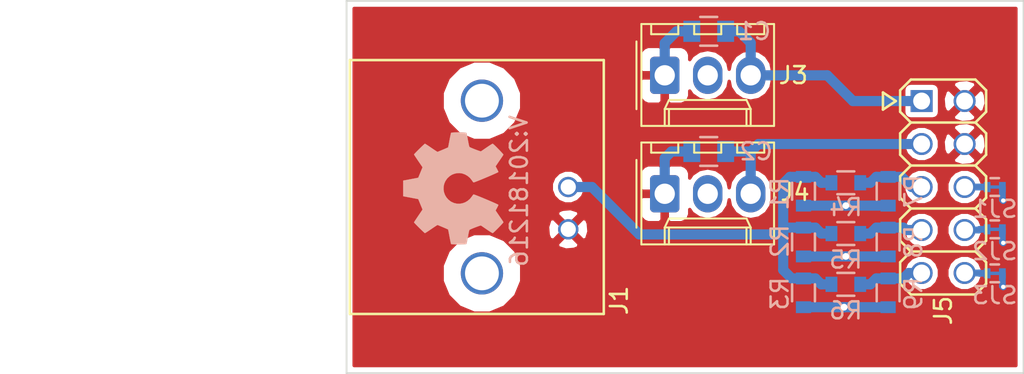
<source format=kicad_pcb>
(kicad_pcb (version 20171130) (host pcbnew 5.0.2-bee76a0~70~ubuntu18.04.1)

  (general
    (thickness 1.6)
    (drawings 4)
    (tracks 80)
    (zones 0)
    (modules 20)
    (nets 11)
  )

  (page A4)
  (layers
    (0 F.Cu signal)
    (31 B.Cu signal)
    (32 B.Adhes user)
    (33 F.Adhes user)
    (34 B.Paste user)
    (35 F.Paste user)
    (36 B.SilkS user)
    (37 F.SilkS user)
    (38 B.Mask user)
    (39 F.Mask user)
    (40 Dwgs.User user)
    (41 Cmts.User user)
    (42 Eco1.User user)
    (43 Eco2.User user)
    (44 Edge.Cuts user)
    (45 Margin user)
    (46 B.CrtYd user)
    (47 F.CrtYd user)
    (48 B.Fab user)
    (49 F.Fab user)
  )

  (setup
    (last_trace_width 0.4)
    (user_trace_width 0.1524)
    (user_trace_width 0.2)
    (user_trace_width 0.3)
    (user_trace_width 0.4)
    (user_trace_width 0.6)
    (user_trace_width 1)
    (user_trace_width 1.5)
    (user_trace_width 2)
    (trace_clearance 0.1524)
    (zone_clearance 0.3)
    (zone_45_only no)
    (trace_min 0.1524)
    (segment_width 0.2)
    (edge_width 0.1)
    (via_size 0.381)
    (via_drill 0.254)
    (via_min_size 0.381)
    (via_min_drill 0.254)
    (user_via 0.4 0.254)
    (user_via 0.6 0.4)
    (user_via 0.8 0.6)
    (user_via 1 0.8)
    (user_via 1.3 1)
    (user_via 1.5 1.2)
    (user_via 1.7 1.4)
    (user_via 1.9 1.6)
    (uvia_size 0.381)
    (uvia_drill 0.254)
    (uvias_allowed no)
    (uvia_min_size 0.381)
    (uvia_min_drill 0.254)
    (pcb_text_width 0.3)
    (pcb_text_size 1.5 1.5)
    (mod_edge_width 0.15)
    (mod_text_size 1 1)
    (mod_text_width 0.15)
    (pad_size 2.5 2.5)
    (pad_drill 2)
    (pad_to_mask_clearance 0.1)
    (solder_mask_min_width 0.1)
    (aux_axis_origin 0 0)
    (visible_elements FFFFFF7F)
    (pcbplotparams
      (layerselection 0x010fc_ffffffff)
      (usegerberextensions true)
      (usegerberattributes false)
      (usegerberadvancedattributes false)
      (creategerberjobfile false)
      (excludeedgelayer true)
      (linewidth 0.100000)
      (plotframeref false)
      (viasonmask false)
      (mode 1)
      (useauxorigin false)
      (hpglpennumber 1)
      (hpglpenspeed 20)
      (hpglpendiameter 15.000000)
      (psnegative false)
      (psa4output false)
      (plotreference true)
      (plotvalue true)
      (plotinvisibletext false)
      (padsonsilk false)
      (subtractmaskfromsilk false)
      (outputformat 1)
      (mirror false)
      (drillshape 0)
      (scaleselection 1)
      (outputdirectory "OSH_Park_2_layer_plots"))
  )

  (net 0 "")
  (net 1 GND)
  (net 2 /POWER_0)
  (net 3 /POWER_1)
  (net 4 /SIGNAL_0)
  (net 5 /SIGNAL_1)
  (net 6 /SIGNAL_2)
  (net 7 /SIGNAL)
  (net 8 "Net-(J5-Pad6)")
  (net 9 "Net-(J5-Pad8)")
  (net 10 "Net-(J5-Pad10)")

  (net_class Default "This is the default net class."
    (clearance 0.1524)
    (trace_width 0.1524)
    (via_dia 0.381)
    (via_drill 0.254)
    (uvia_dia 0.381)
    (uvia_drill 0.254)
    (add_net /POWER_0)
    (add_net /POWER_1)
    (add_net /SIGNAL)
    (add_net /SIGNAL_0)
    (add_net /SIGNAL_1)
    (add_net /SIGNAL_2)
    (add_net GND)
    (add_net "Net-(J5-Pad10)")
    (add_net "Net-(J5-Pad6)")
    (add_net "Net-(J5-Pad8)")
  )

  (module Symbols:OSHW-Symbol_6.7x6mm_SilkScreen (layer B.Cu) (tedit 0) (tstamp 5A135134)
    (at 106.322036 111.073376 270)
    (descr "Open Source Hardware Symbol")
    (tags "Logo Symbol OSHW")
    (path /5A135869)
    (attr virtual)
    (fp_text reference N1 (at 0 0 270) (layer B.SilkS) hide
      (effects (font (size 1 1) (thickness 0.15)) (justify mirror))
    )
    (fp_text value OHWLOGO (at 0.75 0 270) (layer B.Fab) hide
      (effects (font (size 1 1) (thickness 0.15)) (justify mirror))
    )
    (fp_poly (pts (xy 0.555814 2.531069) (xy 0.639635 2.086445) (xy 0.94892 1.958947) (xy 1.258206 1.831449)
      (xy 1.629246 2.083754) (xy 1.733157 2.154004) (xy 1.827087 2.216728) (xy 1.906652 2.269062)
      (xy 1.96747 2.308143) (xy 2.005157 2.331107) (xy 2.015421 2.336058) (xy 2.03391 2.323324)
      (xy 2.07342 2.288118) (xy 2.129522 2.234938) (xy 2.197787 2.168282) (xy 2.273786 2.092646)
      (xy 2.353092 2.012528) (xy 2.431275 1.932426) (xy 2.503907 1.856836) (xy 2.566559 1.790255)
      (xy 2.614803 1.737182) (xy 2.64421 1.702113) (xy 2.651241 1.690377) (xy 2.641123 1.66874)
      (xy 2.612759 1.621338) (xy 2.569129 1.552807) (xy 2.513218 1.467785) (xy 2.448006 1.370907)
      (xy 2.410219 1.31565) (xy 2.341343 1.214752) (xy 2.28014 1.123701) (xy 2.229578 1.04703)
      (xy 2.192628 0.989272) (xy 2.172258 0.954957) (xy 2.169197 0.947746) (xy 2.176136 0.927252)
      (xy 2.195051 0.879487) (xy 2.223087 0.811168) (xy 2.257391 0.729011) (xy 2.295109 0.63973)
      (xy 2.333387 0.550042) (xy 2.36937 0.466662) (xy 2.400206 0.396306) (xy 2.423039 0.34569)
      (xy 2.435017 0.321529) (xy 2.435724 0.320578) (xy 2.454531 0.315964) (xy 2.504618 0.305672)
      (xy 2.580793 0.290713) (xy 2.677865 0.272099) (xy 2.790643 0.250841) (xy 2.856442 0.238582)
      (xy 2.97695 0.215638) (xy 3.085797 0.193805) (xy 3.177476 0.174278) (xy 3.246481 0.158252)
      (xy 3.287304 0.146921) (xy 3.295511 0.143326) (xy 3.303548 0.118994) (xy 3.310033 0.064041)
      (xy 3.31497 -0.015108) (xy 3.318364 -0.112026) (xy 3.320218 -0.220287) (xy 3.320538 -0.333465)
      (xy 3.319327 -0.445135) (xy 3.31659 -0.548868) (xy 3.312331 -0.638241) (xy 3.306555 -0.706826)
      (xy 3.299267 -0.748197) (xy 3.294895 -0.75681) (xy 3.268764 -0.767133) (xy 3.213393 -0.781892)
      (xy 3.136107 -0.799352) (xy 3.04423 -0.81778) (xy 3.012158 -0.823741) (xy 2.857524 -0.852066)
      (xy 2.735375 -0.874876) (xy 2.641673 -0.89308) (xy 2.572384 -0.907583) (xy 2.523471 -0.919292)
      (xy 2.490897 -0.929115) (xy 2.470628 -0.937956) (xy 2.458626 -0.946724) (xy 2.456947 -0.948457)
      (xy 2.440184 -0.976371) (xy 2.414614 -1.030695) (xy 2.382788 -1.104777) (xy 2.34726 -1.191965)
      (xy 2.310583 -1.285608) (xy 2.275311 -1.379052) (xy 2.243996 -1.465647) (xy 2.219193 -1.53874)
      (xy 2.203454 -1.591678) (xy 2.199332 -1.617811) (xy 2.199676 -1.618726) (xy 2.213641 -1.640086)
      (xy 2.245322 -1.687084) (xy 2.291391 -1.754827) (xy 2.348518 -1.838423) (xy 2.413373 -1.932982)
      (xy 2.431843 -1.959854) (xy 2.497699 -2.057275) (xy 2.55565 -2.146163) (xy 2.602538 -2.221412)
      (xy 2.635207 -2.27792) (xy 2.6505 -2.310581) (xy 2.651241 -2.314593) (xy 2.638392 -2.335684)
      (xy 2.602888 -2.377464) (xy 2.549293 -2.435445) (xy 2.482171 -2.505135) (xy 2.406087 -2.582045)
      (xy 2.325604 -2.661683) (xy 2.245287 -2.739561) (xy 2.169699 -2.811186) (xy 2.103405 -2.87207)
      (xy 2.050969 -2.917721) (xy 2.016955 -2.94365) (xy 2.007545 -2.947883) (xy 1.985643 -2.937912)
      (xy 1.9408 -2.91102) (xy 1.880321 -2.871736) (xy 1.833789 -2.840117) (xy 1.749475 -2.782098)
      (xy 1.649626 -2.713784) (xy 1.549473 -2.645579) (xy 1.495627 -2.609075) (xy 1.313371 -2.4858)
      (xy 1.160381 -2.56852) (xy 1.090682 -2.604759) (xy 1.031414 -2.632926) (xy 0.991311 -2.648991)
      (xy 0.981103 -2.651226) (xy 0.968829 -2.634722) (xy 0.944613 -2.588082) (xy 0.910263 -2.515609)
      (xy 0.867588 -2.421606) (xy 0.818394 -2.310374) (xy 0.76449 -2.186215) (xy 0.707684 -2.053432)
      (xy 0.649782 -1.916327) (xy 0.592593 -1.779202) (xy 0.537924 -1.646358) (xy 0.487584 -1.522098)
      (xy 0.44338 -1.410725) (xy 0.407119 -1.316539) (xy 0.380609 -1.243844) (xy 0.365658 -1.196941)
      (xy 0.363254 -1.180833) (xy 0.382311 -1.160286) (xy 0.424036 -1.126933) (xy 0.479706 -1.087702)
      (xy 0.484378 -1.084599) (xy 0.628264 -0.969423) (xy 0.744283 -0.835053) (xy 0.83143 -0.685784)
      (xy 0.888699 -0.525913) (xy 0.915086 -0.359737) (xy 0.909585 -0.191552) (xy 0.87119 -0.025655)
      (xy 0.798895 0.133658) (xy 0.777626 0.168513) (xy 0.666996 0.309263) (xy 0.536302 0.422286)
      (xy 0.390064 0.506997) (xy 0.232808 0.562806) (xy 0.069057 0.589126) (xy -0.096667 0.58537)
      (xy -0.259838 0.55095) (xy -0.415935 0.485277) (xy -0.560433 0.387765) (xy -0.605131 0.348187)
      (xy -0.718888 0.224297) (xy -0.801782 0.093876) (xy -0.858644 -0.052315) (xy -0.890313 -0.197088)
      (xy -0.898131 -0.35986) (xy -0.872062 -0.52344) (xy -0.814755 -0.682298) (xy -0.728856 -0.830906)
      (xy -0.617014 -0.963735) (xy -0.481877 -1.075256) (xy -0.464117 -1.087011) (xy -0.40785 -1.125508)
      (xy -0.365077 -1.158863) (xy -0.344628 -1.18016) (xy -0.344331 -1.180833) (xy -0.348721 -1.203871)
      (xy -0.366124 -1.256157) (xy -0.394732 -1.33339) (xy -0.432735 -1.431268) (xy -0.478326 -1.545491)
      (xy -0.529697 -1.671758) (xy -0.585038 -1.805767) (xy -0.642542 -1.943218) (xy -0.700399 -2.079808)
      (xy -0.756802 -2.211237) (xy -0.809942 -2.333205) (xy -0.85801 -2.441409) (xy -0.899199 -2.531549)
      (xy -0.931699 -2.599323) (xy -0.953703 -2.64043) (xy -0.962564 -2.651226) (xy -0.98964 -2.642819)
      (xy -1.040303 -2.620272) (xy -1.105817 -2.587613) (xy -1.141841 -2.56852) (xy -1.294832 -2.4858)
      (xy -1.477088 -2.609075) (xy -1.570125 -2.672228) (xy -1.671985 -2.741727) (xy -1.767438 -2.807165)
      (xy -1.81525 -2.840117) (xy -1.882495 -2.885273) (xy -1.939436 -2.921057) (xy -1.978646 -2.942938)
      (xy -1.991381 -2.947563) (xy -2.009917 -2.935085) (xy -2.050941 -2.900252) (xy -2.110475 -2.846678)
      (xy -2.184542 -2.777983) (xy -2.269165 -2.697781) (xy -2.322685 -2.646286) (xy -2.416319 -2.554286)
      (xy -2.497241 -2.471999) (xy -2.562177 -2.402945) (xy -2.607858 -2.350644) (xy -2.631011 -2.318616)
      (xy -2.633232 -2.312116) (xy -2.622924 -2.287394) (xy -2.594439 -2.237405) (xy -2.550937 -2.167212)
      (xy -2.495577 -2.081875) (xy -2.43152 -1.986456) (xy -2.413303 -1.959854) (xy -2.346927 -1.863167)
      (xy -2.287378 -1.776117) (xy -2.237984 -1.703595) (xy -2.202075 -1.650493) (xy -2.182981 -1.621703)
      (xy -2.181136 -1.618726) (xy -2.183895 -1.595782) (xy -2.198538 -1.545336) (xy -2.222513 -1.474041)
      (xy -2.253266 -1.388547) (xy -2.288244 -1.295507) (xy -2.324893 -1.201574) (xy -2.360661 -1.113399)
      (xy -2.392994 -1.037634) (xy -2.419338 -0.980931) (xy -2.437142 -0.949943) (xy -2.438407 -0.948457)
      (xy -2.449294 -0.939601) (xy -2.467682 -0.930843) (xy -2.497606 -0.921277) (xy -2.543103 -0.909996)
      (xy -2.608209 -0.896093) (xy -2.696961 -0.878663) (xy -2.813393 -0.856798) (xy -2.961542 -0.829591)
      (xy -2.993618 -0.823741) (xy -3.088686 -0.805374) (xy -3.171565 -0.787405) (xy -3.23493 -0.771569)
      (xy -3.271458 -0.7596) (xy -3.276356 -0.75681) (xy -3.284427 -0.732072) (xy -3.290987 -0.67679)
      (xy -3.296033 -0.597389) (xy -3.299559 -0.500296) (xy -3.301561 -0.391938) (xy -3.302036 -0.27874)
      (xy -3.300977 -0.167128) (xy -3.298382 -0.063529) (xy -3.294246 0.025632) (xy -3.288563 0.093928)
      (xy -3.281331 0.134934) (xy -3.276971 0.143326) (xy -3.252698 0.151792) (xy -3.197426 0.165565)
      (xy -3.116662 0.18345) (xy -3.015912 0.204252) (xy -2.900683 0.226777) (xy -2.837902 0.238582)
      (xy -2.718787 0.260849) (xy -2.612565 0.281021) (xy -2.524427 0.298085) (xy -2.459566 0.311031)
      (xy -2.423174 0.318845) (xy -2.417184 0.320578) (xy -2.407061 0.34011) (xy -2.385662 0.387157)
      (xy -2.355839 0.454997) (xy -2.320445 0.536909) (xy -2.282332 0.626172) (xy -2.244353 0.716065)
      (xy -2.20936 0.799865) (xy -2.180206 0.870853) (xy -2.159743 0.922306) (xy -2.150823 0.947503)
      (xy -2.150657 0.948604) (xy -2.160769 0.968481) (xy -2.189117 1.014223) (xy -2.232723 1.081283)
      (xy -2.288606 1.165116) (xy -2.353787 1.261174) (xy -2.391679 1.31635) (xy -2.460725 1.417519)
      (xy -2.52205 1.50937) (xy -2.572663 1.587256) (xy -2.609571 1.646531) (xy -2.629782 1.682549)
      (xy -2.632701 1.690623) (xy -2.620153 1.709416) (xy -2.585463 1.749543) (xy -2.533063 1.806507)
      (xy -2.467384 1.875815) (xy -2.392856 1.952969) (xy -2.313913 2.033475) (xy -2.234983 2.112837)
      (xy -2.1605 2.18656) (xy -2.094894 2.250148) (xy -2.042596 2.299106) (xy -2.008039 2.328939)
      (xy -1.996478 2.336058) (xy -1.977654 2.326047) (xy -1.932631 2.297922) (xy -1.865787 2.254546)
      (xy -1.781499 2.198782) (xy -1.684144 2.133494) (xy -1.610707 2.083754) (xy -1.239667 1.831449)
      (xy -0.621095 2.086445) (xy -0.537275 2.531069) (xy -0.453454 2.975693) (xy 0.471994 2.975693)
      (xy 0.555814 2.531069)) (layer B.SilkS) (width 0.01))
  )

  (module SquantorLabels:Label_version (layer F.Cu) (tedit 5B5A1E49) (tstamp 5B96DD88)
    (at 110.1 112.3 270)
    (path /5A1357A5)
    (fp_text reference N2 (at 0 1.4 270) (layer F.Fab) hide
      (effects (font (size 1 1) (thickness 0.15)))
    )
    (fp_text value 20181216 (at -0.4 -0.1 270) (layer B.SilkS)
      (effects (font (size 1 1) (thickness 0.15)) (justify mirror))
    )
    (fp_text user V: (at -4.873376 -0.077964 270) (layer B.SilkS)
      (effects (font (size 1 1) (thickness 0.15)) (justify mirror))
    )
  )

  (module SquantorRcl:C_0805 (layer B.Cu) (tedit 5415D6EA) (tstamp 5C27A1E0)
    (at 121.4 101.8 180)
    (descr "Capacitor SMD 0805, reflow soldering, AVX (see smccp.pdf)")
    (tags "capacitor 0805")
    (path /5C14F5BC)
    (attr smd)
    (fp_text reference C1 (at -2.7 0 180) (layer B.SilkS)
      (effects (font (size 1 1) (thickness 0.15)) (justify mirror))
    )
    (fp_text value C (at 0 -2.1 180) (layer B.Fab)
      (effects (font (size 1 1) (thickness 0.15)) (justify mirror))
    )
    (fp_line (start -0.5 -0.85) (end 0.5 -0.85) (layer B.SilkS) (width 0.15))
    (fp_line (start 0.5 0.85) (end -0.5 0.85) (layer B.SilkS) (width 0.15))
    (fp_line (start 1.8 1) (end 1.8 -1) (layer B.CrtYd) (width 0.05))
    (fp_line (start -1.8 1) (end -1.8 -1) (layer B.CrtYd) (width 0.05))
    (fp_line (start -1.8 -1) (end 1.8 -1) (layer B.CrtYd) (width 0.05))
    (fp_line (start -1.8 1) (end 1.8 1) (layer B.CrtYd) (width 0.05))
    (fp_line (start -1 0.625) (end 1 0.625) (layer B.Fab) (width 0.15))
    (fp_line (start 1 0.625) (end 1 -0.625) (layer B.Fab) (width 0.15))
    (fp_line (start 1 -0.625) (end -1 -0.625) (layer B.Fab) (width 0.15))
    (fp_line (start -1 -0.625) (end -1 0.625) (layer B.Fab) (width 0.15))
    (pad 2 smd rect (at 1 0 180) (size 1 1.25) (layers B.Cu B.Paste B.Mask)
      (net 1 GND))
    (pad 1 smd rect (at -1 0 180) (size 1 1.25) (layers B.Cu B.Paste B.Mask)
      (net 2 /POWER_0))
    (model Capacitors_SMD.3dshapes/C_0805.wrl
      (at (xyz 0 0 0))
      (scale (xyz 1 1 1))
      (rotate (xyz 0 0 0))
    )
  )

  (module SquantorRcl:C_0805 (layer B.Cu) (tedit 5415D6EA) (tstamp 5C27A1F0)
    (at 121.4 108.9 180)
    (descr "Capacitor SMD 0805, reflow soldering, AVX (see smccp.pdf)")
    (tags "capacitor 0805")
    (path /5C14F6B5)
    (attr smd)
    (fp_text reference C2 (at -2.8 0 180) (layer B.SilkS)
      (effects (font (size 1 1) (thickness 0.15)) (justify mirror))
    )
    (fp_text value C (at 0 -2.1 180) (layer B.Fab)
      (effects (font (size 1 1) (thickness 0.15)) (justify mirror))
    )
    (fp_line (start -1 -0.625) (end -1 0.625) (layer B.Fab) (width 0.15))
    (fp_line (start 1 -0.625) (end -1 -0.625) (layer B.Fab) (width 0.15))
    (fp_line (start 1 0.625) (end 1 -0.625) (layer B.Fab) (width 0.15))
    (fp_line (start -1 0.625) (end 1 0.625) (layer B.Fab) (width 0.15))
    (fp_line (start -1.8 1) (end 1.8 1) (layer B.CrtYd) (width 0.05))
    (fp_line (start -1.8 -1) (end 1.8 -1) (layer B.CrtYd) (width 0.05))
    (fp_line (start -1.8 1) (end -1.8 -1) (layer B.CrtYd) (width 0.05))
    (fp_line (start 1.8 1) (end 1.8 -1) (layer B.CrtYd) (width 0.05))
    (fp_line (start 0.5 0.85) (end -0.5 0.85) (layer B.SilkS) (width 0.15))
    (fp_line (start -0.5 -0.85) (end 0.5 -0.85) (layer B.SilkS) (width 0.15))
    (pad 1 smd rect (at -1 0 180) (size 1 1.25) (layers B.Cu B.Paste B.Mask)
      (net 3 /POWER_1))
    (pad 2 smd rect (at 1 0 180) (size 1 1.25) (layers B.Cu B.Paste B.Mask)
      (net 1 GND))
    (model Capacitors_SMD.3dshapes/C_0805.wrl
      (at (xyz 0 0 0))
      (scale (xyz 1 1 1))
      (rotate (xyz 0 0 0))
    )
  )

  (module Connector_Molex:Molex_KK-254_AE-6410-03A_1x03_P2.54mm_Vertical (layer F.Cu) (tedit 5B78013E) (tstamp 5C27A218)
    (at 118.8 104.4)
    (descr "Molex KK-254 Interconnect System, old/engineering part number: AE-6410-03A example for new part number: 22-27-2031, 3 Pins (http://www.molex.com/pdm_docs/sd/022272021_sd.pdf), generated with kicad-footprint-generator")
    (tags "connector Molex KK-254 side entry")
    (path /5C14DEA6)
    (fp_text reference J3 (at 7.6 0) (layer F.SilkS)
      (effects (font (size 1 1) (thickness 0.15)))
    )
    (fp_text value Conn_01x03 (at 2.5 2.2) (layer F.Fab)
      (effects (font (size 1 1) (thickness 0.15)))
    )
    (fp_text user %R (at 2.54 -2.22) (layer F.Fab)
      (effects (font (size 1 1) (thickness 0.15)))
    )
    (fp_line (start 6.85 -3.42) (end -1.77 -3.42) (layer F.CrtYd) (width 0.05))
    (fp_line (start 6.85 3.38) (end 6.85 -3.42) (layer F.CrtYd) (width 0.05))
    (fp_line (start -1.77 3.38) (end 6.85 3.38) (layer F.CrtYd) (width 0.05))
    (fp_line (start -1.77 -3.42) (end -1.77 3.38) (layer F.CrtYd) (width 0.05))
    (fp_line (start 5.88 -2.43) (end 5.88 -3.03) (layer F.SilkS) (width 0.12))
    (fp_line (start 4.28 -2.43) (end 5.88 -2.43) (layer F.SilkS) (width 0.12))
    (fp_line (start 4.28 -3.03) (end 4.28 -2.43) (layer F.SilkS) (width 0.12))
    (fp_line (start 3.34 -2.43) (end 3.34 -3.03) (layer F.SilkS) (width 0.12))
    (fp_line (start 1.74 -2.43) (end 3.34 -2.43) (layer F.SilkS) (width 0.12))
    (fp_line (start 1.74 -3.03) (end 1.74 -2.43) (layer F.SilkS) (width 0.12))
    (fp_line (start 0.8 -2.43) (end 0.8 -3.03) (layer F.SilkS) (width 0.12))
    (fp_line (start -0.8 -2.43) (end 0.8 -2.43) (layer F.SilkS) (width 0.12))
    (fp_line (start -0.8 -3.03) (end -0.8 -2.43) (layer F.SilkS) (width 0.12))
    (fp_line (start 4.83 2.99) (end 4.83 1.99) (layer F.SilkS) (width 0.12))
    (fp_line (start 0.25 2.99) (end 0.25 1.99) (layer F.SilkS) (width 0.12))
    (fp_line (start 4.83 1.46) (end 5.08 1.99) (layer F.SilkS) (width 0.12))
    (fp_line (start 0.25 1.46) (end 4.83 1.46) (layer F.SilkS) (width 0.12))
    (fp_line (start 0 1.99) (end 0.25 1.46) (layer F.SilkS) (width 0.12))
    (fp_line (start 5.08 1.99) (end 5.08 2.99) (layer F.SilkS) (width 0.12))
    (fp_line (start 0 1.99) (end 5.08 1.99) (layer F.SilkS) (width 0.12))
    (fp_line (start 0 2.99) (end 0 1.99) (layer F.SilkS) (width 0.12))
    (fp_line (start -0.562893 0) (end -1.27 0.5) (layer F.Fab) (width 0.1))
    (fp_line (start -1.27 -0.5) (end -0.562893 0) (layer F.Fab) (width 0.1))
    (fp_line (start -1.67 -2) (end -1.67 2) (layer F.SilkS) (width 0.12))
    (fp_line (start 6.46 -3.03) (end -1.38 -3.03) (layer F.SilkS) (width 0.12))
    (fp_line (start 6.46 2.99) (end 6.46 -3.03) (layer F.SilkS) (width 0.12))
    (fp_line (start -1.38 2.99) (end 6.46 2.99) (layer F.SilkS) (width 0.12))
    (fp_line (start -1.38 -3.03) (end -1.38 2.99) (layer F.SilkS) (width 0.12))
    (fp_line (start 6.35 -2.92) (end -1.27 -2.92) (layer F.Fab) (width 0.1))
    (fp_line (start 6.35 2.88) (end 6.35 -2.92) (layer F.Fab) (width 0.1))
    (fp_line (start -1.27 2.88) (end 6.35 2.88) (layer F.Fab) (width 0.1))
    (fp_line (start -1.27 -2.92) (end -1.27 2.88) (layer F.Fab) (width 0.1))
    (pad 3 thru_hole oval (at 5.08 0) (size 1.74 2.2) (drill 1.2) (layers *.Cu *.Mask)
      (net 2 /POWER_0))
    (pad 2 thru_hole oval (at 2.54 0) (size 1.74 2.2) (drill 1.2) (layers *.Cu *.Mask))
    (pad 1 thru_hole roundrect (at 0 0) (size 1.74 2.2) (drill 1.2) (layers *.Cu *.Mask) (roundrect_rratio 0.143678)
      (net 1 GND))
    (model ${KISYS3DMOD}/Connector_Molex.3dshapes/Molex_KK-254_AE-6410-03A_1x03_P2.54mm_Vertical.wrl
      (at (xyz 0 0 0))
      (scale (xyz 1 1 1))
      (rotate (xyz 0 0 0))
    )
  )

  (module Connector_Molex:Molex_KK-254_AE-6410-03A_1x03_P2.54mm_Vertical (layer F.Cu) (tedit 5B78013E) (tstamp 5C27A240)
    (at 118.8 111.4)
    (descr "Molex KK-254 Interconnect System, old/engineering part number: AE-6410-03A example for new part number: 22-27-2031, 3 Pins (http://www.molex.com/pdm_docs/sd/022272021_sd.pdf), generated with kicad-footprint-generator")
    (tags "connector Molex KK-254 side entry")
    (path /5C14DF05)
    (fp_text reference J4 (at 7.7 -0.1) (layer F.SilkS)
      (effects (font (size 1 1) (thickness 0.15)))
    )
    (fp_text value Conn_01x03 (at 2.5 2.1) (layer F.Fab)
      (effects (font (size 1 1) (thickness 0.15)))
    )
    (fp_line (start -1.27 -2.92) (end -1.27 2.88) (layer F.Fab) (width 0.1))
    (fp_line (start -1.27 2.88) (end 6.35 2.88) (layer F.Fab) (width 0.1))
    (fp_line (start 6.35 2.88) (end 6.35 -2.92) (layer F.Fab) (width 0.1))
    (fp_line (start 6.35 -2.92) (end -1.27 -2.92) (layer F.Fab) (width 0.1))
    (fp_line (start -1.38 -3.03) (end -1.38 2.99) (layer F.SilkS) (width 0.12))
    (fp_line (start -1.38 2.99) (end 6.46 2.99) (layer F.SilkS) (width 0.12))
    (fp_line (start 6.46 2.99) (end 6.46 -3.03) (layer F.SilkS) (width 0.12))
    (fp_line (start 6.46 -3.03) (end -1.38 -3.03) (layer F.SilkS) (width 0.12))
    (fp_line (start -1.67 -2) (end -1.67 2) (layer F.SilkS) (width 0.12))
    (fp_line (start -1.27 -0.5) (end -0.562893 0) (layer F.Fab) (width 0.1))
    (fp_line (start -0.562893 0) (end -1.27 0.5) (layer F.Fab) (width 0.1))
    (fp_line (start 0 2.99) (end 0 1.99) (layer F.SilkS) (width 0.12))
    (fp_line (start 0 1.99) (end 5.08 1.99) (layer F.SilkS) (width 0.12))
    (fp_line (start 5.08 1.99) (end 5.08 2.99) (layer F.SilkS) (width 0.12))
    (fp_line (start 0 1.99) (end 0.25 1.46) (layer F.SilkS) (width 0.12))
    (fp_line (start 0.25 1.46) (end 4.83 1.46) (layer F.SilkS) (width 0.12))
    (fp_line (start 4.83 1.46) (end 5.08 1.99) (layer F.SilkS) (width 0.12))
    (fp_line (start 0.25 2.99) (end 0.25 1.99) (layer F.SilkS) (width 0.12))
    (fp_line (start 4.83 2.99) (end 4.83 1.99) (layer F.SilkS) (width 0.12))
    (fp_line (start -0.8 -3.03) (end -0.8 -2.43) (layer F.SilkS) (width 0.12))
    (fp_line (start -0.8 -2.43) (end 0.8 -2.43) (layer F.SilkS) (width 0.12))
    (fp_line (start 0.8 -2.43) (end 0.8 -3.03) (layer F.SilkS) (width 0.12))
    (fp_line (start 1.74 -3.03) (end 1.74 -2.43) (layer F.SilkS) (width 0.12))
    (fp_line (start 1.74 -2.43) (end 3.34 -2.43) (layer F.SilkS) (width 0.12))
    (fp_line (start 3.34 -2.43) (end 3.34 -3.03) (layer F.SilkS) (width 0.12))
    (fp_line (start 4.28 -3.03) (end 4.28 -2.43) (layer F.SilkS) (width 0.12))
    (fp_line (start 4.28 -2.43) (end 5.88 -2.43) (layer F.SilkS) (width 0.12))
    (fp_line (start 5.88 -2.43) (end 5.88 -3.03) (layer F.SilkS) (width 0.12))
    (fp_line (start -1.77 -3.42) (end -1.77 3.38) (layer F.CrtYd) (width 0.05))
    (fp_line (start -1.77 3.38) (end 6.85 3.38) (layer F.CrtYd) (width 0.05))
    (fp_line (start 6.85 3.38) (end 6.85 -3.42) (layer F.CrtYd) (width 0.05))
    (fp_line (start 6.85 -3.42) (end -1.77 -3.42) (layer F.CrtYd) (width 0.05))
    (fp_text user %R (at 2.54 -2.22) (layer F.Fab)
      (effects (font (size 1 1) (thickness 0.15)))
    )
    (pad 1 thru_hole roundrect (at 0 0) (size 1.74 2.2) (drill 1.2) (layers *.Cu *.Mask) (roundrect_rratio 0.143678)
      (net 1 GND))
    (pad 2 thru_hole oval (at 2.54 0) (size 1.74 2.2) (drill 1.2) (layers *.Cu *.Mask))
    (pad 3 thru_hole oval (at 5.08 0) (size 1.74 2.2) (drill 1.2) (layers *.Cu *.Mask)
      (net 3 /POWER_1))
    (model ${KISYS3DMOD}/Connector_Molex.3dshapes/Molex_KK-254_AE-6410-03A_1x03_P2.54mm_Vertical.wrl
      (at (xyz 0 0 0))
      (scale (xyz 1 1 1))
      (rotate (xyz 0 0 0))
    )
  )

  (module SquantorConnectors:Header-0254-2X05-H010 (layer F.Cu) (tedit 5C18182C) (tstamp 5C24DDCB)
    (at 135.25 111 270)
    (descr "PIN HEADER")
    (tags "PIN HEADER")
    (path /5C14E46A)
    (attr virtual)
    (fp_text reference J5 (at 7.3 0 270) (layer F.SilkS)
      (effects (font (size 1 1) (thickness 0.15)))
    )
    (fp_text value Conn_02x05_Odd_Even (at 0 -5.45 270) (layer F.Fab) hide
      (effects (font (size 1 1) (thickness 0.15)))
    )
    (fp_line (start -6.35 1.905) (end -5.715 2.54) (layer F.SilkS) (width 0.15))
    (fp_line (start -4.445 2.54) (end -3.81 1.905) (layer F.SilkS) (width 0.15))
    (fp_line (start -3.81 1.905) (end -3.175 2.54) (layer F.SilkS) (width 0.15))
    (fp_line (start -1.905 2.54) (end -1.27 1.905) (layer F.SilkS) (width 0.15))
    (fp_line (start -1.27 1.905) (end -0.635 2.54) (layer F.SilkS) (width 0.15))
    (fp_line (start 0.635 2.54) (end 1.27 1.905) (layer F.SilkS) (width 0.15))
    (fp_line (start 1.27 1.905) (end 1.905 2.54) (layer F.SilkS) (width 0.15))
    (fp_line (start 3.175 2.54) (end 3.81 1.905) (layer F.SilkS) (width 0.15))
    (fp_line (start 3.81 1.905) (end 4.445 2.54) (layer F.SilkS) (width 0.15))
    (fp_line (start 5.715 2.54) (end 6.35 1.905) (layer F.SilkS) (width 0.15))
    (fp_line (start -6.35 1.905) (end -6.35 -1.905) (layer F.SilkS) (width 0.15))
    (fp_line (start -6.35 -1.905) (end -5.715 -2.54) (layer F.SilkS) (width 0.15))
    (fp_line (start -5.715 -2.54) (end -4.445 -2.54) (layer F.SilkS) (width 0.15))
    (fp_line (start -4.445 -2.54) (end -3.81 -1.905) (layer F.SilkS) (width 0.15))
    (fp_line (start -3.81 -1.905) (end -3.175 -2.54) (layer F.SilkS) (width 0.15))
    (fp_line (start -3.175 -2.54) (end -1.905 -2.54) (layer F.SilkS) (width 0.15))
    (fp_line (start -1.905 -2.54) (end -1.27 -1.905) (layer F.SilkS) (width 0.15))
    (fp_line (start -1.27 -1.905) (end -0.635 -2.54) (layer F.SilkS) (width 0.15))
    (fp_line (start -0.635 -2.54) (end 0.635 -2.54) (layer F.SilkS) (width 0.15))
    (fp_line (start 0.635 -2.54) (end 1.27 -1.905) (layer F.SilkS) (width 0.15))
    (fp_line (start 1.27 -1.905) (end 1.905 -2.54) (layer F.SilkS) (width 0.15))
    (fp_line (start 1.905 -2.54) (end 3.175 -2.54) (layer F.SilkS) (width 0.15))
    (fp_line (start 3.175 -2.54) (end 3.81 -1.905) (layer F.SilkS) (width 0.15))
    (fp_line (start 3.81 -1.905) (end 4.445 -2.54) (layer F.SilkS) (width 0.15))
    (fp_line (start 4.445 -2.54) (end 5.715 -2.54) (layer F.SilkS) (width 0.15))
    (fp_line (start 5.715 -2.54) (end 6.35 -1.905) (layer F.SilkS) (width 0.15))
    (fp_line (start -3.81 -1.905) (end -3.81 1.905) (layer F.SilkS) (width 0.15))
    (fp_line (start -1.27 -1.905) (end -1.27 1.905) (layer F.SilkS) (width 0.15))
    (fp_line (start 1.27 -1.905) (end 1.27 1.905) (layer F.SilkS) (width 0.15))
    (fp_line (start 3.81 -1.905) (end 3.81 1.905) (layer F.SilkS) (width 0.15))
    (fp_line (start 6.35 -1.905) (end 6.35 1.905) (layer F.SilkS) (width 0.15))
    (fp_line (start 4.445 2.54) (end 5.715 2.54) (layer F.SilkS) (width 0.15))
    (fp_line (start 1.905 2.54) (end 3.175 2.54) (layer F.SilkS) (width 0.15))
    (fp_line (start -0.635 2.54) (end 0.635 2.54) (layer F.SilkS) (width 0.15))
    (fp_line (start -3.175 2.54) (end -1.905 2.54) (layer F.SilkS) (width 0.15))
    (fp_line (start -5.715 2.54) (end -4.445 2.54) (layer F.SilkS) (width 0.15))
    (fp_line (start -5.08 2.794) (end -5.588 3.556) (layer F.SilkS) (width 0.15))
    (fp_line (start -5.588 3.556) (end -4.572 3.556) (layer F.SilkS) (width 0.15))
    (fp_line (start -4.572 3.556) (end -5.08 2.794) (layer F.SilkS) (width 0.15))
    (pad 1 thru_hole rect (at -5.08 1.27 270) (size 1.3 1.3) (drill 1) (layers *.Cu *.Mask)
      (net 2 /POWER_0))
    (pad 2 thru_hole circle (at -5.08 -1.27 270) (size 1.3 1.3) (drill 1) (layers *.Cu *.Mask)
      (net 1 GND))
    (pad 3 thru_hole circle (at -2.54 1.27 270) (size 1.3 1.3) (drill 1) (layers *.Cu *.Mask)
      (net 3 /POWER_1))
    (pad 4 thru_hole circle (at -2.54 -1.27 270) (size 1.3 1.3) (drill 1) (layers *.Cu *.Mask)
      (net 1 GND))
    (pad 5 thru_hole circle (at 0 1.27 270) (size 1.3 1.3) (drill 1) (layers *.Cu *.Mask)
      (net 4 /SIGNAL_0))
    (pad 6 thru_hole circle (at 0 -1.27 270) (size 1.3 1.3) (drill 1) (layers *.Cu *.Mask)
      (net 8 "Net-(J5-Pad6)"))
    (pad 7 thru_hole circle (at 2.54 1.27 270) (size 1.3 1.3) (drill 1) (layers *.Cu *.Mask)
      (net 5 /SIGNAL_1))
    (pad 8 thru_hole circle (at 2.54 -1.27 270) (size 1.3 1.3) (drill 1) (layers *.Cu *.Mask)
      (net 9 "Net-(J5-Pad8)"))
    (pad 9 thru_hole circle (at 5.08 1.27 270) (size 1.3 1.3) (drill 1) (layers *.Cu *.Mask)
      (net 6 /SIGNAL_2))
    (pad 10 thru_hole circle (at 5.08 -1.27 270) (size 1.3 1.3) (drill 1) (layers *.Cu *.Mask)
      (net 10 "Net-(J5-Pad10)"))
  )

  (module SquantorRcl:R_0603_hand (layer B.Cu) (tedit 587552B0) (tstamp 5C27A285)
    (at 127 111.25 90)
    (descr "Resistor SMD 0603, reflow soldering, Vishay (see dcrcw.pdf)")
    (tags "resistor 0603")
    (path /5C151B2F)
    (attr smd)
    (fp_text reference R1 (at -0.15 -1.4 90) (layer B.SilkS)
      (effects (font (size 1 1) (thickness 0.15)) (justify mirror))
    )
    (fp_text value R (at 0 -1.4 90) (layer B.Fab)
      (effects (font (size 1 1) (thickness 0.15)) (justify mirror))
    )
    (fp_line (start -0.8 -0.4) (end -0.8 0.4) (layer B.Fab) (width 0.1))
    (fp_line (start 0.8 -0.4) (end -0.8 -0.4) (layer B.Fab) (width 0.1))
    (fp_line (start 0.8 0.4) (end 0.8 -0.4) (layer B.Fab) (width 0.1))
    (fp_line (start -0.8 0.4) (end 0.8 0.4) (layer B.Fab) (width 0.1))
    (fp_line (start -1.5 0.8) (end 1.5 0.8) (layer B.CrtYd) (width 0.05))
    (fp_line (start -1.5 -0.8) (end 1.5 -0.8) (layer B.CrtYd) (width 0.05))
    (fp_line (start -1.5 0.8) (end -1.5 -0.8) (layer B.CrtYd) (width 0.05))
    (fp_line (start 1.5 0.8) (end 1.5 -0.8) (layer B.CrtYd) (width 0.05))
    (fp_line (start 0.5 -0.675) (end -0.5 -0.675) (layer B.SilkS) (width 0.15))
    (fp_line (start -0.5 0.675) (end 0.5 0.675) (layer B.SilkS) (width 0.15))
    (pad 1 smd rect (at -0.85 0 90) (size 0.7 0.9) (layers B.Cu B.Paste B.Mask)
      (net 1 GND))
    (pad 2 smd rect (at 0.85 0 90) (size 0.7 0.9) (layers B.Cu B.Paste B.Mask)
      (net 7 /SIGNAL))
    (model Resistors_SMD.3dshapes/R_0603.wrl
      (at (xyz 0 0 0))
      (scale (xyz 1 1 1))
      (rotate (xyz 0 0 0))
    )
  )

  (module SquantorRcl:R_0603_hand (layer B.Cu) (tedit 587552B0) (tstamp 5C27A295)
    (at 127 114.25 90)
    (descr "Resistor SMD 0603, reflow soldering, Vishay (see dcrcw.pdf)")
    (tags "resistor 0603")
    (path /5C1541B6)
    (attr smd)
    (fp_text reference R2 (at 0.05 -1.4 90) (layer B.SilkS)
      (effects (font (size 1 1) (thickness 0.15)) (justify mirror))
    )
    (fp_text value R (at 0.05 -1.4 90) (layer B.Fab)
      (effects (font (size 1 1) (thickness 0.15)) (justify mirror))
    )
    (fp_line (start -0.5 0.675) (end 0.5 0.675) (layer B.SilkS) (width 0.15))
    (fp_line (start 0.5 -0.675) (end -0.5 -0.675) (layer B.SilkS) (width 0.15))
    (fp_line (start 1.5 0.8) (end 1.5 -0.8) (layer B.CrtYd) (width 0.05))
    (fp_line (start -1.5 0.8) (end -1.5 -0.8) (layer B.CrtYd) (width 0.05))
    (fp_line (start -1.5 -0.8) (end 1.5 -0.8) (layer B.CrtYd) (width 0.05))
    (fp_line (start -1.5 0.8) (end 1.5 0.8) (layer B.CrtYd) (width 0.05))
    (fp_line (start -0.8 0.4) (end 0.8 0.4) (layer B.Fab) (width 0.1))
    (fp_line (start 0.8 0.4) (end 0.8 -0.4) (layer B.Fab) (width 0.1))
    (fp_line (start 0.8 -0.4) (end -0.8 -0.4) (layer B.Fab) (width 0.1))
    (fp_line (start -0.8 -0.4) (end -0.8 0.4) (layer B.Fab) (width 0.1))
    (pad 2 smd rect (at 0.85 0 90) (size 0.7 0.9) (layers B.Cu B.Paste B.Mask)
      (net 7 /SIGNAL))
    (pad 1 smd rect (at -0.85 0 90) (size 0.7 0.9) (layers B.Cu B.Paste B.Mask)
      (net 1 GND))
    (model Resistors_SMD.3dshapes/R_0603.wrl
      (at (xyz 0 0 0))
      (scale (xyz 1 1 1))
      (rotate (xyz 0 0 0))
    )
  )

  (module SquantorRcl:R_0603_hand (layer B.Cu) (tedit 587552B0) (tstamp 5C27A2A5)
    (at 127 117.25 90)
    (descr "Resistor SMD 0603, reflow soldering, Vishay (see dcrcw.pdf)")
    (tags "resistor 0603")
    (path /5C155F0D)
    (attr smd)
    (fp_text reference R3 (at -0.05 -1.4 90) (layer B.SilkS)
      (effects (font (size 1 1) (thickness 0.15)) (justify mirror))
    )
    (fp_text value R (at -0.05 -1.4 90) (layer B.Fab)
      (effects (font (size 1 1) (thickness 0.15)) (justify mirror))
    )
    (fp_line (start -0.8 -0.4) (end -0.8 0.4) (layer B.Fab) (width 0.1))
    (fp_line (start 0.8 -0.4) (end -0.8 -0.4) (layer B.Fab) (width 0.1))
    (fp_line (start 0.8 0.4) (end 0.8 -0.4) (layer B.Fab) (width 0.1))
    (fp_line (start -0.8 0.4) (end 0.8 0.4) (layer B.Fab) (width 0.1))
    (fp_line (start -1.5 0.8) (end 1.5 0.8) (layer B.CrtYd) (width 0.05))
    (fp_line (start -1.5 -0.8) (end 1.5 -0.8) (layer B.CrtYd) (width 0.05))
    (fp_line (start -1.5 0.8) (end -1.5 -0.8) (layer B.CrtYd) (width 0.05))
    (fp_line (start 1.5 0.8) (end 1.5 -0.8) (layer B.CrtYd) (width 0.05))
    (fp_line (start 0.5 -0.675) (end -0.5 -0.675) (layer B.SilkS) (width 0.15))
    (fp_line (start -0.5 0.675) (end 0.5 0.675) (layer B.SilkS) (width 0.15))
    (pad 1 smd rect (at -0.85 0 90) (size 0.7 0.9) (layers B.Cu B.Paste B.Mask)
      (net 1 GND))
    (pad 2 smd rect (at 0.85 0 90) (size 0.7 0.9) (layers B.Cu B.Paste B.Mask)
      (net 7 /SIGNAL))
    (model Resistors_SMD.3dshapes/R_0603.wrl
      (at (xyz 0 0 0))
      (scale (xyz 1 1 1))
      (rotate (xyz 0 0 0))
    )
  )

  (module SquantorRcl:R_0603_hand (layer B.Cu) (tedit 587552B0) (tstamp 5C27A2B5)
    (at 129.5 110.75 180)
    (descr "Resistor SMD 0603, reflow soldering, Vishay (see dcrcw.pdf)")
    (tags "resistor 0603")
    (path /5C1519E0)
    (attr smd)
    (fp_text reference R4 (at 0 -1.45 180) (layer B.SilkS)
      (effects (font (size 1 1) (thickness 0.15)) (justify mirror))
    )
    (fp_text value R (at 0 -1.9 180) (layer B.Fab)
      (effects (font (size 1 1) (thickness 0.15)) (justify mirror))
    )
    (fp_line (start -0.8 -0.4) (end -0.8 0.4) (layer B.Fab) (width 0.1))
    (fp_line (start 0.8 -0.4) (end -0.8 -0.4) (layer B.Fab) (width 0.1))
    (fp_line (start 0.8 0.4) (end 0.8 -0.4) (layer B.Fab) (width 0.1))
    (fp_line (start -0.8 0.4) (end 0.8 0.4) (layer B.Fab) (width 0.1))
    (fp_line (start -1.5 0.8) (end 1.5 0.8) (layer B.CrtYd) (width 0.05))
    (fp_line (start -1.5 -0.8) (end 1.5 -0.8) (layer B.CrtYd) (width 0.05))
    (fp_line (start -1.5 0.8) (end -1.5 -0.8) (layer B.CrtYd) (width 0.05))
    (fp_line (start 1.5 0.8) (end 1.5 -0.8) (layer B.CrtYd) (width 0.05))
    (fp_line (start 0.5 -0.675) (end -0.5 -0.675) (layer B.SilkS) (width 0.15))
    (fp_line (start -0.5 0.675) (end 0.5 0.675) (layer B.SilkS) (width 0.15))
    (pad 1 smd rect (at -0.85 0 180) (size 0.7 0.9) (layers B.Cu B.Paste B.Mask)
      (net 4 /SIGNAL_0))
    (pad 2 smd rect (at 0.85 0 180) (size 0.7 0.9) (layers B.Cu B.Paste B.Mask)
      (net 7 /SIGNAL))
    (model Resistors_SMD.3dshapes/R_0603.wrl
      (at (xyz 0 0 0))
      (scale (xyz 1 1 1))
      (rotate (xyz 0 0 0))
    )
  )

  (module SquantorRcl:R_0603_hand (layer B.Cu) (tedit 587552B0) (tstamp 5C27A2C5)
    (at 129.5 113.75 180)
    (descr "Resistor SMD 0603, reflow soldering, Vishay (see dcrcw.pdf)")
    (tags "resistor 0603")
    (path /5C1541A8)
    (attr smd)
    (fp_text reference R5 (at 0 -1.55 180) (layer B.SilkS)
      (effects (font (size 1 1) (thickness 0.15)) (justify mirror))
    )
    (fp_text value R (at 0 -1.55 180) (layer B.Fab)
      (effects (font (size 1 1) (thickness 0.15)) (justify mirror))
    )
    (fp_line (start -0.5 0.675) (end 0.5 0.675) (layer B.SilkS) (width 0.15))
    (fp_line (start 0.5 -0.675) (end -0.5 -0.675) (layer B.SilkS) (width 0.15))
    (fp_line (start 1.5 0.8) (end 1.5 -0.8) (layer B.CrtYd) (width 0.05))
    (fp_line (start -1.5 0.8) (end -1.5 -0.8) (layer B.CrtYd) (width 0.05))
    (fp_line (start -1.5 -0.8) (end 1.5 -0.8) (layer B.CrtYd) (width 0.05))
    (fp_line (start -1.5 0.8) (end 1.5 0.8) (layer B.CrtYd) (width 0.05))
    (fp_line (start -0.8 0.4) (end 0.8 0.4) (layer B.Fab) (width 0.1))
    (fp_line (start 0.8 0.4) (end 0.8 -0.4) (layer B.Fab) (width 0.1))
    (fp_line (start 0.8 -0.4) (end -0.8 -0.4) (layer B.Fab) (width 0.1))
    (fp_line (start -0.8 -0.4) (end -0.8 0.4) (layer B.Fab) (width 0.1))
    (pad 2 smd rect (at 0.85 0 180) (size 0.7 0.9) (layers B.Cu B.Paste B.Mask)
      (net 7 /SIGNAL))
    (pad 1 smd rect (at -0.85 0 180) (size 0.7 0.9) (layers B.Cu B.Paste B.Mask)
      (net 5 /SIGNAL_1))
    (model Resistors_SMD.3dshapes/R_0603.wrl
      (at (xyz 0 0 0))
      (scale (xyz 1 1 1))
      (rotate (xyz 0 0 0))
    )
  )

  (module SquantorRcl:R_0603_hand (layer B.Cu) (tedit 587552B0) (tstamp 5C27A2D5)
    (at 129.5 116.75 180)
    (descr "Resistor SMD 0603, reflow soldering, Vishay (see dcrcw.pdf)")
    (tags "resistor 0603")
    (path /5C155EFF)
    (attr smd)
    (fp_text reference R6 (at 0 -1.55 180) (layer B.SilkS)
      (effects (font (size 1 1) (thickness 0.15)) (justify mirror))
    )
    (fp_text value R (at 0 -1.55 180) (layer B.Fab)
      (effects (font (size 1 1) (thickness 0.15)) (justify mirror))
    )
    (fp_line (start -0.8 -0.4) (end -0.8 0.4) (layer B.Fab) (width 0.1))
    (fp_line (start 0.8 -0.4) (end -0.8 -0.4) (layer B.Fab) (width 0.1))
    (fp_line (start 0.8 0.4) (end 0.8 -0.4) (layer B.Fab) (width 0.1))
    (fp_line (start -0.8 0.4) (end 0.8 0.4) (layer B.Fab) (width 0.1))
    (fp_line (start -1.5 0.8) (end 1.5 0.8) (layer B.CrtYd) (width 0.05))
    (fp_line (start -1.5 -0.8) (end 1.5 -0.8) (layer B.CrtYd) (width 0.05))
    (fp_line (start -1.5 0.8) (end -1.5 -0.8) (layer B.CrtYd) (width 0.05))
    (fp_line (start 1.5 0.8) (end 1.5 -0.8) (layer B.CrtYd) (width 0.05))
    (fp_line (start 0.5 -0.675) (end -0.5 -0.675) (layer B.SilkS) (width 0.15))
    (fp_line (start -0.5 0.675) (end 0.5 0.675) (layer B.SilkS) (width 0.15))
    (pad 1 smd rect (at -0.85 0 180) (size 0.7 0.9) (layers B.Cu B.Paste B.Mask)
      (net 6 /SIGNAL_2))
    (pad 2 smd rect (at 0.85 0 180) (size 0.7 0.9) (layers B.Cu B.Paste B.Mask)
      (net 7 /SIGNAL))
    (model Resistors_SMD.3dshapes/R_0603.wrl
      (at (xyz 0 0 0))
      (scale (xyz 1 1 1))
      (rotate (xyz 0 0 0))
    )
  )

  (module SquantorRcl:R_0603_hand (layer B.Cu) (tedit 587552B0) (tstamp 5C27B004)
    (at 132 111.25 90)
    (descr "Resistor SMD 0603, reflow soldering, Vishay (see dcrcw.pdf)")
    (tags "resistor 0603")
    (path /5C151AE9)
    (attr smd)
    (fp_text reference R7 (at 0 1.5 90) (layer B.SilkS)
      (effects (font (size 1 1) (thickness 0.15)) (justify mirror))
    )
    (fp_text value R (at 0 1.5 90) (layer B.Fab)
      (effects (font (size 1 1) (thickness 0.15)) (justify mirror))
    )
    (fp_line (start -0.5 0.675) (end 0.5 0.675) (layer B.SilkS) (width 0.15))
    (fp_line (start 0.5 -0.675) (end -0.5 -0.675) (layer B.SilkS) (width 0.15))
    (fp_line (start 1.5 0.8) (end 1.5 -0.8) (layer B.CrtYd) (width 0.05))
    (fp_line (start -1.5 0.8) (end -1.5 -0.8) (layer B.CrtYd) (width 0.05))
    (fp_line (start -1.5 -0.8) (end 1.5 -0.8) (layer B.CrtYd) (width 0.05))
    (fp_line (start -1.5 0.8) (end 1.5 0.8) (layer B.CrtYd) (width 0.05))
    (fp_line (start -0.8 0.4) (end 0.8 0.4) (layer B.Fab) (width 0.1))
    (fp_line (start 0.8 0.4) (end 0.8 -0.4) (layer B.Fab) (width 0.1))
    (fp_line (start 0.8 -0.4) (end -0.8 -0.4) (layer B.Fab) (width 0.1))
    (fp_line (start -0.8 -0.4) (end -0.8 0.4) (layer B.Fab) (width 0.1))
    (pad 2 smd rect (at 0.85 0 90) (size 0.7 0.9) (layers B.Cu B.Paste B.Mask)
      (net 4 /SIGNAL_0))
    (pad 1 smd rect (at -0.85 0 90) (size 0.7 0.9) (layers B.Cu B.Paste B.Mask)
      (net 1 GND))
    (model Resistors_SMD.3dshapes/R_0603.wrl
      (at (xyz 0 0 0))
      (scale (xyz 1 1 1))
      (rotate (xyz 0 0 0))
    )
  )

  (module SquantorRcl:R_0603_hand (layer B.Cu) (tedit 587552B0) (tstamp 5C27A2F5)
    (at 132 114.25 90)
    (descr "Resistor SMD 0603, reflow soldering, Vishay (see dcrcw.pdf)")
    (tags "resistor 0603")
    (path /5C1541AF)
    (attr smd)
    (fp_text reference R8 (at 0 1.5 90) (layer B.SilkS)
      (effects (font (size 1 1) (thickness 0.15)) (justify mirror))
    )
    (fp_text value R (at 0 1.5 90) (layer B.Fab)
      (effects (font (size 1 1) (thickness 0.15)) (justify mirror))
    )
    (fp_line (start -0.8 -0.4) (end -0.8 0.4) (layer B.Fab) (width 0.1))
    (fp_line (start 0.8 -0.4) (end -0.8 -0.4) (layer B.Fab) (width 0.1))
    (fp_line (start 0.8 0.4) (end 0.8 -0.4) (layer B.Fab) (width 0.1))
    (fp_line (start -0.8 0.4) (end 0.8 0.4) (layer B.Fab) (width 0.1))
    (fp_line (start -1.5 0.8) (end 1.5 0.8) (layer B.CrtYd) (width 0.05))
    (fp_line (start -1.5 -0.8) (end 1.5 -0.8) (layer B.CrtYd) (width 0.05))
    (fp_line (start -1.5 0.8) (end -1.5 -0.8) (layer B.CrtYd) (width 0.05))
    (fp_line (start 1.5 0.8) (end 1.5 -0.8) (layer B.CrtYd) (width 0.05))
    (fp_line (start 0.5 -0.675) (end -0.5 -0.675) (layer B.SilkS) (width 0.15))
    (fp_line (start -0.5 0.675) (end 0.5 0.675) (layer B.SilkS) (width 0.15))
    (pad 1 smd rect (at -0.85 0 90) (size 0.7 0.9) (layers B.Cu B.Paste B.Mask)
      (net 1 GND))
    (pad 2 smd rect (at 0.85 0 90) (size 0.7 0.9) (layers B.Cu B.Paste B.Mask)
      (net 5 /SIGNAL_1))
    (model Resistors_SMD.3dshapes/R_0603.wrl
      (at (xyz 0 0 0))
      (scale (xyz 1 1 1))
      (rotate (xyz 0 0 0))
    )
  )

  (module SquantorRcl:R_0603_hand (layer B.Cu) (tedit 587552B0) (tstamp 5C27A305)
    (at 132 117.25 90)
    (descr "Resistor SMD 0603, reflow soldering, Vishay (see dcrcw.pdf)")
    (tags "resistor 0603")
    (path /5C155F06)
    (attr smd)
    (fp_text reference R9 (at -0.05 1.5 90) (layer B.SilkS)
      (effects (font (size 1 1) (thickness 0.15)) (justify mirror))
    )
    (fp_text value R (at -0.05 1.5 90) (layer B.Fab)
      (effects (font (size 1 1) (thickness 0.15)) (justify mirror))
    )
    (fp_line (start -0.5 0.675) (end 0.5 0.675) (layer B.SilkS) (width 0.15))
    (fp_line (start 0.5 -0.675) (end -0.5 -0.675) (layer B.SilkS) (width 0.15))
    (fp_line (start 1.5 0.8) (end 1.5 -0.8) (layer B.CrtYd) (width 0.05))
    (fp_line (start -1.5 0.8) (end -1.5 -0.8) (layer B.CrtYd) (width 0.05))
    (fp_line (start -1.5 -0.8) (end 1.5 -0.8) (layer B.CrtYd) (width 0.05))
    (fp_line (start -1.5 0.8) (end 1.5 0.8) (layer B.CrtYd) (width 0.05))
    (fp_line (start -0.8 0.4) (end 0.8 0.4) (layer B.Fab) (width 0.1))
    (fp_line (start 0.8 0.4) (end 0.8 -0.4) (layer B.Fab) (width 0.1))
    (fp_line (start 0.8 -0.4) (end -0.8 -0.4) (layer B.Fab) (width 0.1))
    (fp_line (start -0.8 -0.4) (end -0.8 0.4) (layer B.Fab) (width 0.1))
    (pad 2 smd rect (at 0.85 0 90) (size 0.7 0.9) (layers B.Cu B.Paste B.Mask)
      (net 6 /SIGNAL_2))
    (pad 1 smd rect (at -0.85 0 90) (size 0.7 0.9) (layers B.Cu B.Paste B.Mask)
      (net 1 GND))
    (model Resistors_SMD.3dshapes/R_0603.wrl
      (at (xyz 0 0 0))
      (scale (xyz 1 1 1))
      (rotate (xyz 0 0 0))
    )
  )

  (module SquantorConnectors:Conn_BNC_RightAngle_TH (layer F.Cu) (tedit 5C16BDFC) (tstamp 5C23B38D)
    (at 108 111 90)
    (path /5C16C2B5)
    (fp_text reference J1 (at -6.7 8.1 90) (layer F.SilkS)
      (effects (font (size 1 1) (thickness 0.15)))
    )
    (fp_text value Coax (at 0 11 90) (layer F.Fab)
      (effects (font (size 1 1) (thickness 0.15)))
    )
    (fp_line (start 7.5 -7.8) (end 7.5 7.2) (layer F.SilkS) (width 0.15))
    (fp_line (start -7.5 7.2) (end -7.5 -7.8) (layer F.SilkS) (width 0.15))
    (fp_line (start -7.5 7.2) (end 7.5 7.2) (layer F.SilkS) (width 0.15))
    (fp_line (start -7.5 -7.8) (end 7.5 -7.8) (layer F.SilkS) (width 0.15))
    (fp_line (start -6 -7.8) (end -6 -28.4) (layer F.Fab) (width 0.15))
    (fp_line (start -6 -28.4) (end 6 -28.4) (layer F.Fab) (width 0.15))
    (fp_line (start 6 -7.8) (end 6 -28.4) (layer F.Fab) (width 0.15))
    (pad mount thru_hole circle (at 5.1 0 90) (size 2.5 2.5) (drill 2) (layers *.Cu *.Mask)
      (clearance 1))
    (pad mount thru_hole circle (at -5.1 0 90) (size 2.5 2.5) (drill 2) (layers *.Cu *.Mask)
      (clearance 1))
    (pad S thru_hole circle (at 0 5.1 90) (size 1.2 1.2) (drill 0.9) (layers *.Cu *.Mask)
      (net 7 /SIGNAL))
    (pad G thru_hole circle (at -2.5 5.1 90) (size 1.2 1.2) (drill 0.9) (layers *.Cu *.Mask)
      (net 1 GND))
  )

  (module SquantorSpecial:solder_jumper_2way_conn (layer B.Cu) (tedit 5C181837) (tstamp 5C24D732)
    (at 138.3 111)
    (descr "Resistor SMD 0402, reflow soldering, Vishay (see dcrcw.pdf)")
    (tags "resistor 0402")
    (path /5C18966E)
    (attr smd)
    (fp_text reference SJ1 (at 0 1.3) (layer B.SilkS)
      (effects (font (size 1 1) (thickness 0.15)) (justify mirror))
    )
    (fp_text value SolderJumper_2way_1conn (at 0 -1.8) (layer B.Fab) hide
      (effects (font (size 1 1) (thickness 0.15)) (justify mirror))
    )
    (fp_line (start -0.5 -0.25) (end -0.5 0.25) (layer B.Fab) (width 0.1))
    (fp_line (start 0.5 -0.25) (end -0.5 -0.25) (layer B.Fab) (width 0.1))
    (fp_line (start 0.5 0.25) (end 0.5 -0.25) (layer B.Fab) (width 0.1))
    (fp_line (start -0.5 0.25) (end 0.5 0.25) (layer B.Fab) (width 0.1))
    (fp_line (start -0.95 0.65) (end 0.95 0.65) (layer B.CrtYd) (width 0.05))
    (fp_line (start -0.95 -0.65) (end 0.95 -0.65) (layer B.CrtYd) (width 0.05))
    (fp_line (start -0.95 0.65) (end -0.95 -0.65) (layer B.CrtYd) (width 0.05))
    (fp_line (start 0.95 0.65) (end 0.95 -0.65) (layer B.CrtYd) (width 0.05))
    (fp_line (start 0.25 0.525) (end -0.25 0.525) (layer B.SilkS) (width 0.15))
    (fp_line (start -0.25 -0.525) (end 0.25 -0.525) (layer B.SilkS) (width 0.15))
    (fp_line (start -0.3 0) (end 0.3 0) (layer B.Cu) (width 0.2))
    (pad 1 smd rect (at -0.45 0) (size 0.4 0.6) (layers B.Cu B.Mask)
      (net 8 "Net-(J5-Pad6)"))
    (pad 2 smd rect (at 0.45 0) (size 0.4 0.6) (layers B.Cu B.Mask)
      (net 1 GND))
    (model Resistors_SMD.3dshapes/R_0402.wrl
      (at (xyz 0 0 0))
      (scale (xyz 1 1 1))
      (rotate (xyz 0 0 0))
    )
  )

  (module SquantorSpecial:solder_jumper_2way_conn (layer B.Cu) (tedit 5C181834) (tstamp 5C24D743)
    (at 138.3 113.5)
    (descr "Resistor SMD 0402, reflow soldering, Vishay (see dcrcw.pdf)")
    (tags "resistor 0402")
    (path /5C1897A6)
    (attr smd)
    (fp_text reference SJ2 (at 0 1.3) (layer B.SilkS)
      (effects (font (size 1 1) (thickness 0.15)) (justify mirror))
    )
    (fp_text value SolderJumper_2way_1conn (at 0 -1.8) (layer B.Fab) hide
      (effects (font (size 1 1) (thickness 0.15)) (justify mirror))
    )
    (fp_line (start -0.3 0) (end 0.3 0) (layer B.Cu) (width 0.2))
    (fp_line (start -0.25 -0.525) (end 0.25 -0.525) (layer B.SilkS) (width 0.15))
    (fp_line (start 0.25 0.525) (end -0.25 0.525) (layer B.SilkS) (width 0.15))
    (fp_line (start 0.95 0.65) (end 0.95 -0.65) (layer B.CrtYd) (width 0.05))
    (fp_line (start -0.95 0.65) (end -0.95 -0.65) (layer B.CrtYd) (width 0.05))
    (fp_line (start -0.95 -0.65) (end 0.95 -0.65) (layer B.CrtYd) (width 0.05))
    (fp_line (start -0.95 0.65) (end 0.95 0.65) (layer B.CrtYd) (width 0.05))
    (fp_line (start -0.5 0.25) (end 0.5 0.25) (layer B.Fab) (width 0.1))
    (fp_line (start 0.5 0.25) (end 0.5 -0.25) (layer B.Fab) (width 0.1))
    (fp_line (start 0.5 -0.25) (end -0.5 -0.25) (layer B.Fab) (width 0.1))
    (fp_line (start -0.5 -0.25) (end -0.5 0.25) (layer B.Fab) (width 0.1))
    (pad 2 smd rect (at 0.45 0) (size 0.4 0.6) (layers B.Cu B.Mask)
      (net 1 GND))
    (pad 1 smd rect (at -0.45 0) (size 0.4 0.6) (layers B.Cu B.Mask)
      (net 9 "Net-(J5-Pad8)"))
    (model Resistors_SMD.3dshapes/R_0402.wrl
      (at (xyz 0 0 0))
      (scale (xyz 1 1 1))
      (rotate (xyz 0 0 0))
    )
  )

  (module SquantorSpecial:solder_jumper_2way_conn (layer B.Cu) (tedit 5C181832) (tstamp 5C24D754)
    (at 138.3 116.1)
    (descr "Resistor SMD 0402, reflow soldering, Vishay (see dcrcw.pdf)")
    (tags "resistor 0402")
    (path /5C1897DC)
    (attr smd)
    (fp_text reference SJ3 (at 0 1.3) (layer B.SilkS)
      (effects (font (size 1 1) (thickness 0.15)) (justify mirror))
    )
    (fp_text value SolderJumper_2way_1conn (at 0 -1.8) (layer B.Fab) hide
      (effects (font (size 1 1) (thickness 0.15)) (justify mirror))
    )
    (fp_line (start -0.5 -0.25) (end -0.5 0.25) (layer B.Fab) (width 0.1))
    (fp_line (start 0.5 -0.25) (end -0.5 -0.25) (layer B.Fab) (width 0.1))
    (fp_line (start 0.5 0.25) (end 0.5 -0.25) (layer B.Fab) (width 0.1))
    (fp_line (start -0.5 0.25) (end 0.5 0.25) (layer B.Fab) (width 0.1))
    (fp_line (start -0.95 0.65) (end 0.95 0.65) (layer B.CrtYd) (width 0.05))
    (fp_line (start -0.95 -0.65) (end 0.95 -0.65) (layer B.CrtYd) (width 0.05))
    (fp_line (start -0.95 0.65) (end -0.95 -0.65) (layer B.CrtYd) (width 0.05))
    (fp_line (start 0.95 0.65) (end 0.95 -0.65) (layer B.CrtYd) (width 0.05))
    (fp_line (start 0.25 0.525) (end -0.25 0.525) (layer B.SilkS) (width 0.15))
    (fp_line (start -0.25 -0.525) (end 0.25 -0.525) (layer B.SilkS) (width 0.15))
    (fp_line (start -0.3 0) (end 0.3 0) (layer B.Cu) (width 0.2))
    (pad 1 smd rect (at -0.45 0) (size 0.4 0.6) (layers B.Cu B.Mask)
      (net 10 "Net-(J5-Pad10)"))
    (pad 2 smd rect (at 0.45 0) (size 0.4 0.6) (layers B.Cu B.Mask)
      (net 1 GND))
    (model Resistors_SMD.3dshapes/R_0402.wrl
      (at (xyz 0 0 0))
      (scale (xyz 1 1 1))
      (rotate (xyz 0 0 0))
    )
  )

  (gr_line (start 140 122) (end 100 122) (layer Edge.Cuts) (width 0.1))
  (gr_line (start 100 100) (end 140 100) (layer Edge.Cuts) (width 0.1))
  (gr_line (start 140 100) (end 140 122) (layer Edge.Cuts) (width 0.1) (tstamp 5C27A55E))
  (gr_line (start 100 100) (end 100 122) (layer Edge.Cuts) (width 0.1))

  (segment (start 118.8 102.5) (end 118.8 104.4) (width 0.6) (layer B.Cu) (net 1))
  (segment (start 120.4 101.8) (end 119.5 101.8) (width 0.6) (layer B.Cu) (net 1))
  (segment (start 119.5 101.8) (end 118.8 102.5) (width 0.6) (layer B.Cu) (net 1))
  (segment (start 118.8 111.4) (end 118.8 109.3) (width 0.6) (layer B.Cu) (net 1))
  (segment (start 119.2 108.9) (end 120.4 108.9) (width 0.6) (layer B.Cu) (net 1))
  (segment (start 118.8 109.3) (end 119.2 108.9) (width 0.6) (layer B.Cu) (net 1))
  (segment (start 127 118.1) (end 129.4 118.1) (width 0.6) (layer B.Cu) (net 1))
  (via (at 129.4 118.1) (size 0.6) (drill 0.4) (layers F.Cu B.Cu) (net 1))
  (segment (start 132 118.1) (end 129.4 118.1) (width 0.6) (layer B.Cu) (net 1))
  (via (at 129.5 115.1) (size 0.6) (drill 0.4) (layers F.Cu B.Cu) (net 1))
  (segment (start 127 115.1) (end 129.5 115.1) (width 0.6) (layer B.Cu) (net 1))
  (segment (start 132 115.1) (end 129.5 115.1) (width 0.6) (layer B.Cu) (net 1))
  (via (at 129.5 112.1) (size 0.6) (drill 0.4) (layers F.Cu B.Cu) (net 1))
  (segment (start 127 112.1) (end 129.5 112.1) (width 0.6) (layer B.Cu) (net 1))
  (segment (start 132 112.1) (end 129.5 112.1) (width 0.6) (layer B.Cu) (net 1))
  (via (at 138.8 114.3) (size 0.381) (drill 0.254) (layers F.Cu B.Cu) (net 1))
  (segment (start 138.75 113.5) (end 138.75 114.25) (width 0.4) (layer B.Cu) (net 1))
  (segment (start 138.75 114.25) (end 138.8 114.3) (width 0.4) (layer B.Cu) (net 1))
  (segment (start 138.75 111.75) (end 138.75 111) (width 0.4) (layer B.Cu) (net 1))
  (via (at 138.8 111.8) (size 0.381) (drill 0.254) (layers F.Cu B.Cu) (net 1))
  (segment (start 138.8 111.8) (end 138.75 111.75) (width 0.4) (layer B.Cu) (net 1))
  (segment (start 138.75 116.1) (end 138.75 116.85) (width 0.4) (layer B.Cu) (net 1))
  (via (at 138.8 116.9) (size 0.381) (drill 0.254) (layers F.Cu B.Cu) (net 1))
  (segment (start 138.75 116.85) (end 138.8 116.9) (width 0.4) (layer B.Cu) (net 1))
  (segment (start 122.4 101.8) (end 123.2 101.8) (width 0.6) (layer B.Cu) (net 2))
  (segment (start 123.88 102.48) (end 123.88 104.4) (width 0.6) (layer B.Cu) (net 2))
  (segment (start 123.2 101.8) (end 123.88 102.48) (width 0.6) (layer B.Cu) (net 2))
  (segment (start 128.4 104.4) (end 123.88 104.4) (width 0.6) (layer B.Cu) (net 2))
  (segment (start 133.98 105.92) (end 129.92 105.92) (width 0.6) (layer B.Cu) (net 2))
  (segment (start 129.92 105.92) (end 128.4 104.4) (width 0.6) (layer B.Cu) (net 2))
  (segment (start 123.9 108.9) (end 122.4 108.9) (width 0.6) (layer B.Cu) (net 3))
  (segment (start 123.88 108.92) (end 123.9 108.9) (width 0.6) (layer B.Cu) (net 3))
  (segment (start 123.88 111.4) (end 123.88 108.92) (width 0.6) (layer B.Cu) (net 3))
  (segment (start 124.34 108.46) (end 123.9 108.9) (width 0.6) (layer B.Cu) (net 3))
  (segment (start 133.98 108.46) (end 124.34 108.46) (width 0.6) (layer B.Cu) (net 3))
  (segment (start 130.35 110.75) (end 130.95 110.75) (width 0.6) (layer B.Cu) (net 4))
  (segment (start 131.3 110.4) (end 132 110.4) (width 0.6) (layer B.Cu) (net 4))
  (segment (start 130.95 110.75) (end 131.3 110.4) (width 0.6) (layer B.Cu) (net 4))
  (segment (start 132.8 110.4) (end 132 110.4) (width 0.6) (layer B.Cu) (net 4))
  (segment (start 133.98 111) (end 133.4 111) (width 0.6) (layer B.Cu) (net 4))
  (segment (start 133.4 111) (end 132.8 110.4) (width 0.6) (layer B.Cu) (net 4))
  (segment (start 131.3 113.4) (end 132 113.4) (width 0.6) (layer B.Cu) (net 5))
  (segment (start 130.35 113.75) (end 130.95 113.75) (width 0.6) (layer B.Cu) (net 5))
  (segment (start 130.95 113.75) (end 131.3 113.4) (width 0.6) (layer B.Cu) (net 5))
  (segment (start 132.9 113.4) (end 132 113.4) (width 0.6) (layer B.Cu) (net 5))
  (segment (start 133.98 113.54) (end 133.04 113.54) (width 0.6) (layer B.Cu) (net 5))
  (segment (start 133.04 113.54) (end 132.9 113.4) (width 0.6) (layer B.Cu) (net 5))
  (segment (start 130.35 116.75) (end 130.95 116.75) (width 0.6) (layer B.Cu) (net 6))
  (segment (start 131.3 116.4) (end 132 116.4) (width 0.6) (layer B.Cu) (net 6))
  (segment (start 130.95 116.75) (end 131.3 116.4) (width 0.6) (layer B.Cu) (net 6))
  (segment (start 132.9 116.4) (end 132 116.4) (width 0.6) (layer B.Cu) (net 6))
  (segment (start 133.98 116.08) (end 133.22 116.08) (width 0.6) (layer B.Cu) (net 6))
  (segment (start 133.22 116.08) (end 132.9 116.4) (width 0.6) (layer B.Cu) (net 6))
  (segment (start 127 110.4) (end 126.2 110.4) (width 0.6) (layer B.Cu) (net 7))
  (segment (start 126.2 110.4) (end 125.8 110.8) (width 0.6) (layer B.Cu) (net 7))
  (segment (start 125.6 113.8) (end 117.3 113.8) (width 0.6) (layer B.Cu) (net 7))
  (segment (start 114.5 111) (end 113.1 111) (width 0.6) (layer B.Cu) (net 7))
  (segment (start 117.3 113.8) (end 114.5 111) (width 0.6) (layer B.Cu) (net 7))
  (segment (start 127 113.4) (end 125.8 113.4) (width 0.6) (layer B.Cu) (net 7))
  (segment (start 125.8 110.8) (end 125.8 113.4) (width 0.6) (layer B.Cu) (net 7))
  (segment (start 125.8 113.4) (end 125.8 113.6) (width 0.6) (layer B.Cu) (net 7))
  (segment (start 127 116.4) (end 126.3 116.4) (width 0.6) (layer B.Cu) (net 7))
  (segment (start 125.8 115.9) (end 125.8 113.6) (width 0.6) (layer B.Cu) (net 7))
  (segment (start 126.3 116.4) (end 125.8 115.9) (width 0.6) (layer B.Cu) (net 7))
  (segment (start 128.65 110.75) (end 128.05 110.75) (width 0.6) (layer B.Cu) (net 7))
  (segment (start 127.7 110.4) (end 127 110.4) (width 0.6) (layer B.Cu) (net 7))
  (segment (start 128.05 110.75) (end 127.7 110.4) (width 0.6) (layer B.Cu) (net 7))
  (segment (start 128.65 113.75) (end 128.05 113.75) (width 0.6) (layer B.Cu) (net 7))
  (segment (start 127.7 113.4) (end 127 113.4) (width 0.6) (layer B.Cu) (net 7))
  (segment (start 128.05 113.75) (end 127.7 113.4) (width 0.6) (layer B.Cu) (net 7))
  (segment (start 128.65 116.75) (end 128.05 116.75) (width 0.6) (layer B.Cu) (net 7))
  (segment (start 127.7 116.4) (end 127 116.4) (width 0.6) (layer B.Cu) (net 7))
  (segment (start 128.05 116.75) (end 127.7 116.4) (width 0.6) (layer B.Cu) (net 7))
  (segment (start 136.52 111) (end 137.85 111) (width 0.4) (layer B.Cu) (net 8))
  (segment (start 136.52 113.54) (end 137.36 113.54) (width 0.4) (layer B.Cu) (net 9))
  (segment (start 137.4 113.5) (end 137.85 113.5) (width 0.4) (layer B.Cu) (net 9))
  (segment (start 137.36 113.54) (end 137.4 113.5) (width 0.4) (layer B.Cu) (net 9))
  (segment (start 136.52 116.08) (end 137.38 116.08) (width 0.4) (layer B.Cu) (net 10))
  (segment (start 137.4 116.1) (end 137.85 116.1) (width 0.4) (layer B.Cu) (net 10))
  (segment (start 137.38 116.08) (end 137.4 116.1) (width 0.4) (layer B.Cu) (net 10))

  (zone (net 1) (net_name GND) (layer F.Cu) (tstamp 5C23B3E4) (hatch edge 0.508)
    (connect_pads (clearance 0.3))
    (min_thickness 0.2)
    (fill yes (arc_segments 16) (thermal_gap 0.508) (thermal_bridge_width 0.508))
    (polygon
      (pts
        (xy 100 100) (xy 140 100) (xy 140 122) (xy 100 122)
      )
    )
    (filled_polygon
      (pts
        (xy 139.550001 121.55) (xy 100.45 121.55) (xy 100.45 115.632556) (xy 105.65 115.632556) (xy 105.65 116.567444)
        (xy 106.007766 117.431168) (xy 106.668832 118.092234) (xy 107.532556 118.45) (xy 108.467444 118.45) (xy 109.331168 118.092234)
        (xy 109.992234 117.431168) (xy 110.35 116.567444) (xy 110.35 115.871142) (xy 132.93 115.871142) (xy 132.93 116.288858)
        (xy 133.089853 116.674777) (xy 133.385223 116.970147) (xy 133.771142 117.13) (xy 134.188858 117.13) (xy 134.574777 116.970147)
        (xy 134.870147 116.674777) (xy 135.03 116.288858) (xy 135.03 115.871142) (xy 135.47 115.871142) (xy 135.47 116.288858)
        (xy 135.629853 116.674777) (xy 135.925223 116.970147) (xy 136.311142 117.13) (xy 136.728858 117.13) (xy 137.114777 116.970147)
        (xy 137.410147 116.674777) (xy 137.57 116.288858) (xy 137.57 115.871142) (xy 137.410147 115.485223) (xy 137.114777 115.189853)
        (xy 136.728858 115.03) (xy 136.311142 115.03) (xy 135.925223 115.189853) (xy 135.629853 115.485223) (xy 135.47 115.871142)
        (xy 135.03 115.871142) (xy 134.870147 115.485223) (xy 134.574777 115.189853) (xy 134.188858 115.03) (xy 133.771142 115.03)
        (xy 133.385223 115.189853) (xy 133.089853 115.485223) (xy 132.93 115.871142) (xy 110.35 115.871142) (xy 110.35 115.632556)
        (xy 109.992234 114.768832) (xy 109.58793 114.364528) (xy 112.453261 114.364528) (xy 112.506315 114.579138) (xy 112.964475 114.724186)
        (xy 113.443268 114.682864) (xy 113.693685 114.579138) (xy 113.746739 114.364528) (xy 113.1 113.717789) (xy 112.453261 114.364528)
        (xy 109.58793 114.364528) (xy 109.331168 114.107766) (xy 108.467444 113.75) (xy 107.532556 113.75) (xy 106.668832 114.107766)
        (xy 106.007766 114.768832) (xy 105.65 115.632556) (xy 100.45 115.632556) (xy 100.45 113.364475) (xy 111.875814 113.364475)
        (xy 111.917136 113.843268) (xy 112.020862 114.093685) (xy 112.235472 114.146739) (xy 112.882211 113.5) (xy 113.317789 113.5)
        (xy 113.964528 114.146739) (xy 114.179138 114.093685) (xy 114.324186 113.635525) (xy 114.297917 113.331142) (xy 132.93 113.331142)
        (xy 132.93 113.748858) (xy 133.089853 114.134777) (xy 133.385223 114.430147) (xy 133.771142 114.59) (xy 134.188858 114.59)
        (xy 134.574777 114.430147) (xy 134.870147 114.134777) (xy 135.03 113.748858) (xy 135.03 113.331142) (xy 135.47 113.331142)
        (xy 135.47 113.748858) (xy 135.629853 114.134777) (xy 135.925223 114.430147) (xy 136.311142 114.59) (xy 136.728858 114.59)
        (xy 137.114777 114.430147) (xy 137.410147 114.134777) (xy 137.57 113.748858) (xy 137.57 113.331142) (xy 137.410147 112.945223)
        (xy 137.114777 112.649853) (xy 136.728858 112.49) (xy 136.311142 112.49) (xy 135.925223 112.649853) (xy 135.629853 112.945223)
        (xy 135.47 113.331142) (xy 135.03 113.331142) (xy 134.870147 112.945223) (xy 134.574777 112.649853) (xy 134.188858 112.49)
        (xy 133.771142 112.49) (xy 133.385223 112.649853) (xy 133.089853 112.945223) (xy 132.93 113.331142) (xy 114.297917 113.331142)
        (xy 114.282864 113.156732) (xy 114.179138 112.906315) (xy 113.964528 112.853261) (xy 113.317789 113.5) (xy 112.882211 113.5)
        (xy 112.235472 112.853261) (xy 112.020862 112.906315) (xy 111.875814 113.364475) (xy 100.45 113.364475) (xy 100.45 112.635472)
        (xy 112.453261 112.635472) (xy 113.1 113.282211) (xy 113.746739 112.635472) (xy 113.693685 112.420862) (xy 113.235525 112.275814)
        (xy 112.756732 112.317136) (xy 112.506315 112.420862) (xy 112.453261 112.635472) (xy 100.45 112.635472) (xy 100.45 110.801088)
        (xy 112.1 110.801088) (xy 112.1 111.198912) (xy 112.252241 111.566454) (xy 112.533546 111.847759) (xy 112.901088 112)
        (xy 113.298912 112) (xy 113.666454 111.847759) (xy 113.808213 111.706) (xy 117.322 111.706) (xy 117.322 112.620938)
        (xy 117.414562 112.844404) (xy 117.585595 113.015437) (xy 117.809061 113.108) (xy 118.494 113.108) (xy 118.646 112.956)
        (xy 118.646 111.554) (xy 117.474 111.554) (xy 117.322 111.706) (xy 113.808213 111.706) (xy 113.947759 111.566454)
        (xy 114.1 111.198912) (xy 114.1 110.801088) (xy 113.947759 110.433546) (xy 113.693275 110.179062) (xy 117.322 110.179062)
        (xy 117.322 111.094) (xy 117.474 111.246) (xy 118.646 111.246) (xy 118.646 109.844) (xy 118.954 109.844)
        (xy 118.954 111.246) (xy 118.974 111.246) (xy 118.974 111.554) (xy 118.954 111.554) (xy 118.954 112.956)
        (xy 119.106 113.108) (xy 119.790939 113.108) (xy 120.014405 113.015437) (xy 120.185438 112.844404) (xy 120.278 112.620938)
        (xy 120.278 112.326542) (xy 120.424383 112.545618) (xy 120.844472 112.826313) (xy 121.34 112.92488) (xy 121.835529 112.826313)
        (xy 122.255618 112.545618) (xy 122.536313 112.125528) (xy 122.61 111.75508) (xy 122.683687 112.125529) (xy 122.964383 112.545618)
        (xy 123.384472 112.826313) (xy 123.88 112.92488) (xy 124.375529 112.826313) (xy 124.795618 112.545618) (xy 125.076313 112.125528)
        (xy 125.15 111.755079) (xy 125.15 111.04492) (xy 125.099521 110.791142) (xy 132.93 110.791142) (xy 132.93 111.208858)
        (xy 133.089853 111.594777) (xy 133.385223 111.890147) (xy 133.771142 112.05) (xy 134.188858 112.05) (xy 134.574777 111.890147)
        (xy 134.870147 111.594777) (xy 135.03 111.208858) (xy 135.03 110.791142) (xy 135.47 110.791142) (xy 135.47 111.208858)
        (xy 135.629853 111.594777) (xy 135.925223 111.890147) (xy 136.311142 112.05) (xy 136.728858 112.05) (xy 137.114777 111.890147)
        (xy 137.410147 111.594777) (xy 137.57 111.208858) (xy 137.57 110.791142) (xy 137.410147 110.405223) (xy 137.114777 110.109853)
        (xy 136.728858 109.95) (xy 136.311142 109.95) (xy 135.925223 110.109853) (xy 135.629853 110.405223) (xy 135.47 110.791142)
        (xy 135.03 110.791142) (xy 134.870147 110.405223) (xy 134.574777 110.109853) (xy 134.188858 109.95) (xy 133.771142 109.95)
        (xy 133.385223 110.109853) (xy 133.089853 110.405223) (xy 132.93 110.791142) (xy 125.099521 110.791142) (xy 125.076313 110.674471)
        (xy 124.795618 110.254382) (xy 124.375528 109.973687) (xy 123.88 109.87512) (xy 123.384471 109.973687) (xy 122.964382 110.254382)
        (xy 122.683687 110.674472) (xy 122.61 111.04492) (xy 122.536313 110.674471) (xy 122.255618 110.254382) (xy 121.835528 109.973687)
        (xy 121.34 109.87512) (xy 120.844471 109.973687) (xy 120.424382 110.254382) (xy 120.278 110.473458) (xy 120.278 110.179062)
        (xy 120.185438 109.955596) (xy 120.014405 109.784563) (xy 119.790939 109.692) (xy 119.106 109.692) (xy 118.954 109.844)
        (xy 118.646 109.844) (xy 118.494 109.692) (xy 117.809061 109.692) (xy 117.585595 109.784563) (xy 117.414562 109.955596)
        (xy 117.322 110.179062) (xy 113.693275 110.179062) (xy 113.666454 110.152241) (xy 113.298912 110) (xy 112.901088 110)
        (xy 112.533546 110.152241) (xy 112.252241 110.433546) (xy 112.1 110.801088) (xy 100.45 110.801088) (xy 100.45 108.251142)
        (xy 132.93 108.251142) (xy 132.93 108.668858) (xy 133.089853 109.054777) (xy 133.385223 109.350147) (xy 133.771142 109.51)
        (xy 134.188858 109.51) (xy 134.548742 109.360931) (xy 135.836858 109.360931) (xy 135.896122 109.580694) (xy 136.372483 109.734134)
        (xy 136.871302 109.693599) (xy 137.143878 109.580694) (xy 137.203142 109.360931) (xy 136.52 108.677789) (xy 135.836858 109.360931)
        (xy 134.548742 109.360931) (xy 134.574777 109.350147) (xy 134.870147 109.054777) (xy 135.03 108.668858) (xy 135.03 108.312483)
        (xy 135.245866 108.312483) (xy 135.286401 108.811302) (xy 135.399306 109.083878) (xy 135.619069 109.143142) (xy 136.302211 108.46)
        (xy 136.737789 108.46) (xy 137.420931 109.143142) (xy 137.640694 109.083878) (xy 137.794134 108.607517) (xy 137.753599 108.108698)
        (xy 137.640694 107.836122) (xy 137.420931 107.776858) (xy 136.737789 108.46) (xy 136.302211 108.46) (xy 135.619069 107.776858)
        (xy 135.399306 107.836122) (xy 135.245866 108.312483) (xy 135.03 108.312483) (xy 135.03 108.251142) (xy 134.870147 107.865223)
        (xy 134.574777 107.569853) (xy 134.548743 107.559069) (xy 135.836858 107.559069) (xy 136.52 108.242211) (xy 137.203142 107.559069)
        (xy 137.143878 107.339306) (xy 136.667517 107.185866) (xy 136.168698 107.226401) (xy 135.896122 107.339306) (xy 135.836858 107.559069)
        (xy 134.548743 107.559069) (xy 134.188858 107.41) (xy 133.771142 107.41) (xy 133.385223 107.569853) (xy 133.089853 107.865223)
        (xy 132.93 108.251142) (xy 100.45 108.251142) (xy 100.45 105.432556) (xy 105.65 105.432556) (xy 105.65 106.367444)
        (xy 106.007766 107.231168) (xy 106.668832 107.892234) (xy 107.532556 108.25) (xy 108.467444 108.25) (xy 109.331168 107.892234)
        (xy 109.992234 107.231168) (xy 110.35 106.367444) (xy 110.35 105.432556) (xy 110.049051 104.706) (xy 117.322 104.706)
        (xy 117.322 105.620938) (xy 117.414562 105.844404) (xy 117.585595 106.015437) (xy 117.809061 106.108) (xy 118.494 106.108)
        (xy 118.646 105.956) (xy 118.646 104.554) (xy 117.474 104.554) (xy 117.322 104.706) (xy 110.049051 104.706)
        (xy 109.992234 104.568832) (xy 109.331168 103.907766) (xy 108.467444 103.55) (xy 107.532556 103.55) (xy 106.668832 103.907766)
        (xy 106.007766 104.568832) (xy 105.65 105.432556) (xy 100.45 105.432556) (xy 100.45 103.179062) (xy 117.322 103.179062)
        (xy 117.322 104.094) (xy 117.474 104.246) (xy 118.646 104.246) (xy 118.646 102.844) (xy 118.954 102.844)
        (xy 118.954 104.246) (xy 118.974 104.246) (xy 118.974 104.554) (xy 118.954 104.554) (xy 118.954 105.956)
        (xy 119.106 106.108) (xy 119.790939 106.108) (xy 120.014405 106.015437) (xy 120.185438 105.844404) (xy 120.278 105.620938)
        (xy 120.278 105.326542) (xy 120.424383 105.545618) (xy 120.844472 105.826313) (xy 121.34 105.92488) (xy 121.835529 105.826313)
        (xy 122.255618 105.545618) (xy 122.536313 105.125528) (xy 122.61 104.75508) (xy 122.683687 105.125529) (xy 122.964383 105.545618)
        (xy 123.384472 105.826313) (xy 123.88 105.92488) (xy 124.375529 105.826313) (xy 124.795618 105.545618) (xy 124.979779 105.27)
        (xy 132.922164 105.27) (xy 132.922164 106.57) (xy 132.953209 106.726072) (xy 133.041616 106.858384) (xy 133.173928 106.946791)
        (xy 133.33 106.977836) (xy 134.63 106.977836) (xy 134.786072 106.946791) (xy 134.918384 106.858384) (xy 134.943408 106.820931)
        (xy 135.836858 106.820931) (xy 135.896122 107.040694) (xy 136.372483 107.194134) (xy 136.871302 107.153599) (xy 137.143878 107.040694)
        (xy 137.203142 106.820931) (xy 136.52 106.137789) (xy 135.836858 106.820931) (xy 134.943408 106.820931) (xy 135.006791 106.726072)
        (xy 135.037836 106.57) (xy 135.037836 105.772483) (xy 135.245866 105.772483) (xy 135.286401 106.271302) (xy 135.399306 106.543878)
        (xy 135.619069 106.603142) (xy 136.302211 105.92) (xy 136.737789 105.92) (xy 137.420931 106.603142) (xy 137.640694 106.543878)
        (xy 137.794134 106.067517) (xy 137.753599 105.568698) (xy 137.640694 105.296122) (xy 137.420931 105.236858) (xy 136.737789 105.92)
        (xy 136.302211 105.92) (xy 135.619069 105.236858) (xy 135.399306 105.296122) (xy 135.245866 105.772483) (xy 135.037836 105.772483)
        (xy 135.037836 105.27) (xy 135.006791 105.113928) (xy 134.943409 105.019069) (xy 135.836858 105.019069) (xy 136.52 105.702211)
        (xy 137.203142 105.019069) (xy 137.143878 104.799306) (xy 136.667517 104.645866) (xy 136.168698 104.686401) (xy 135.896122 104.799306)
        (xy 135.836858 105.019069) (xy 134.943409 105.019069) (xy 134.918384 104.981616) (xy 134.786072 104.893209) (xy 134.63 104.862164)
        (xy 133.33 104.862164) (xy 133.173928 104.893209) (xy 133.041616 104.981616) (xy 132.953209 105.113928) (xy 132.922164 105.27)
        (xy 124.979779 105.27) (xy 125.076313 105.125528) (xy 125.15 104.755079) (xy 125.15 104.04492) (xy 125.076313 103.674471)
        (xy 124.795618 103.254382) (xy 124.375528 102.973687) (xy 123.88 102.87512) (xy 123.384471 102.973687) (xy 122.964382 103.254382)
        (xy 122.683687 103.674472) (xy 122.61 104.04492) (xy 122.536313 103.674471) (xy 122.255618 103.254382) (xy 121.835528 102.973687)
        (xy 121.34 102.87512) (xy 120.844471 102.973687) (xy 120.424382 103.254382) (xy 120.278 103.473458) (xy 120.278 103.179062)
        (xy 120.185438 102.955596) (xy 120.014405 102.784563) (xy 119.790939 102.692) (xy 119.106 102.692) (xy 118.954 102.844)
        (xy 118.646 102.844) (xy 118.494 102.692) (xy 117.809061 102.692) (xy 117.585595 102.784563) (xy 117.414562 102.955596)
        (xy 117.322 103.179062) (xy 100.45 103.179062) (xy 100.45 100.45) (xy 139.55 100.45)
      )
    )
  )
)

</source>
